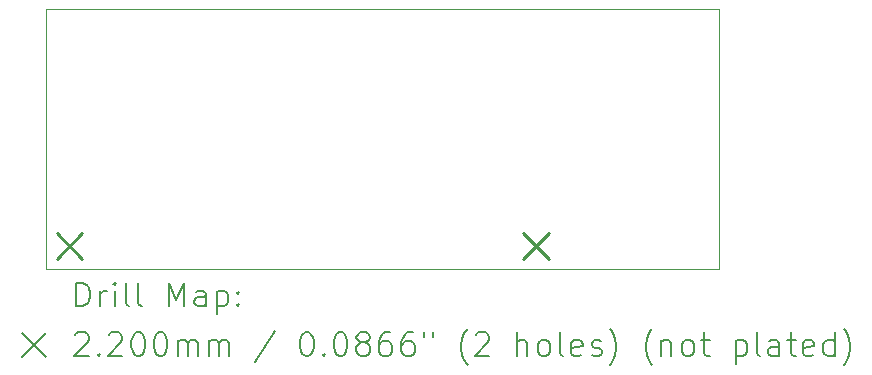
<source format=gbr>
%TF.GenerationSoftware,KiCad,Pcbnew,8.0.4*%
%TF.CreationDate,2025-02-26T16:08:05-05:00*%
%TF.ProjectId,plusle,706c7573-6c65-42e6-9b69-6361645f7063,rev?*%
%TF.SameCoordinates,Original*%
%TF.FileFunction,Drillmap*%
%TF.FilePolarity,Positive*%
%FSLAX45Y45*%
G04 Gerber Fmt 4.5, Leading zero omitted, Abs format (unit mm)*
G04 Created by KiCad (PCBNEW 8.0.4) date 2025-02-26 16:08:05*
%MOMM*%
%LPD*%
G01*
G04 APERTURE LIST*
%ADD10C,0.050000*%
%ADD11C,0.200000*%
%ADD12C,0.220000*%
G04 APERTURE END LIST*
D10*
X2580000Y-4860000D02*
X2580000Y-2660000D01*
X8280000Y-4860000D02*
X2580000Y-4860000D01*
X8280000Y-2660000D02*
X8280000Y-4860000D01*
X8230000Y-2660000D02*
X8280000Y-2660000D01*
X2580000Y-2660000D02*
X8230000Y-2660000D01*
D11*
D12*
X2670000Y-4550000D02*
X2890000Y-4770000D01*
X2890000Y-4550000D02*
X2670000Y-4770000D01*
X6620000Y-4550000D02*
X6840000Y-4770000D01*
X6840000Y-4550000D02*
X6620000Y-4770000D01*
D11*
X2838277Y-5173984D02*
X2838277Y-4973984D01*
X2838277Y-4973984D02*
X2885896Y-4973984D01*
X2885896Y-4973984D02*
X2914467Y-4983508D01*
X2914467Y-4983508D02*
X2933515Y-5002555D01*
X2933515Y-5002555D02*
X2943039Y-5021603D01*
X2943039Y-5021603D02*
X2952562Y-5059698D01*
X2952562Y-5059698D02*
X2952562Y-5088270D01*
X2952562Y-5088270D02*
X2943039Y-5126365D01*
X2943039Y-5126365D02*
X2933515Y-5145412D01*
X2933515Y-5145412D02*
X2914467Y-5164460D01*
X2914467Y-5164460D02*
X2885896Y-5173984D01*
X2885896Y-5173984D02*
X2838277Y-5173984D01*
X3038277Y-5173984D02*
X3038277Y-5040650D01*
X3038277Y-5078746D02*
X3047801Y-5059698D01*
X3047801Y-5059698D02*
X3057324Y-5050174D01*
X3057324Y-5050174D02*
X3076372Y-5040650D01*
X3076372Y-5040650D02*
X3095420Y-5040650D01*
X3162086Y-5173984D02*
X3162086Y-5040650D01*
X3162086Y-4973984D02*
X3152562Y-4983508D01*
X3152562Y-4983508D02*
X3162086Y-4993031D01*
X3162086Y-4993031D02*
X3171610Y-4983508D01*
X3171610Y-4983508D02*
X3162086Y-4973984D01*
X3162086Y-4973984D02*
X3162086Y-4993031D01*
X3285896Y-5173984D02*
X3266848Y-5164460D01*
X3266848Y-5164460D02*
X3257324Y-5145412D01*
X3257324Y-5145412D02*
X3257324Y-4973984D01*
X3390658Y-5173984D02*
X3371610Y-5164460D01*
X3371610Y-5164460D02*
X3362086Y-5145412D01*
X3362086Y-5145412D02*
X3362086Y-4973984D01*
X3619229Y-5173984D02*
X3619229Y-4973984D01*
X3619229Y-4973984D02*
X3685896Y-5116841D01*
X3685896Y-5116841D02*
X3752562Y-4973984D01*
X3752562Y-4973984D02*
X3752562Y-5173984D01*
X3933515Y-5173984D02*
X3933515Y-5069222D01*
X3933515Y-5069222D02*
X3923991Y-5050174D01*
X3923991Y-5050174D02*
X3904943Y-5040650D01*
X3904943Y-5040650D02*
X3866848Y-5040650D01*
X3866848Y-5040650D02*
X3847801Y-5050174D01*
X3933515Y-5164460D02*
X3914467Y-5173984D01*
X3914467Y-5173984D02*
X3866848Y-5173984D01*
X3866848Y-5173984D02*
X3847801Y-5164460D01*
X3847801Y-5164460D02*
X3838277Y-5145412D01*
X3838277Y-5145412D02*
X3838277Y-5126365D01*
X3838277Y-5126365D02*
X3847801Y-5107317D01*
X3847801Y-5107317D02*
X3866848Y-5097793D01*
X3866848Y-5097793D02*
X3914467Y-5097793D01*
X3914467Y-5097793D02*
X3933515Y-5088270D01*
X4028753Y-5040650D02*
X4028753Y-5240650D01*
X4028753Y-5050174D02*
X4047801Y-5040650D01*
X4047801Y-5040650D02*
X4085896Y-5040650D01*
X4085896Y-5040650D02*
X4104943Y-5050174D01*
X4104943Y-5050174D02*
X4114467Y-5059698D01*
X4114467Y-5059698D02*
X4123991Y-5078746D01*
X4123991Y-5078746D02*
X4123991Y-5135889D01*
X4123991Y-5135889D02*
X4114467Y-5154936D01*
X4114467Y-5154936D02*
X4104943Y-5164460D01*
X4104943Y-5164460D02*
X4085896Y-5173984D01*
X4085896Y-5173984D02*
X4047801Y-5173984D01*
X4047801Y-5173984D02*
X4028753Y-5164460D01*
X4209705Y-5154936D02*
X4219229Y-5164460D01*
X4219229Y-5164460D02*
X4209705Y-5173984D01*
X4209705Y-5173984D02*
X4200182Y-5164460D01*
X4200182Y-5164460D02*
X4209705Y-5154936D01*
X4209705Y-5154936D02*
X4209705Y-5173984D01*
X4209705Y-5050174D02*
X4219229Y-5059698D01*
X4219229Y-5059698D02*
X4209705Y-5069222D01*
X4209705Y-5069222D02*
X4200182Y-5059698D01*
X4200182Y-5059698D02*
X4209705Y-5050174D01*
X4209705Y-5050174D02*
X4209705Y-5069222D01*
X2377500Y-5402500D02*
X2577500Y-5602500D01*
X2577500Y-5402500D02*
X2377500Y-5602500D01*
X2828753Y-5413031D02*
X2838277Y-5403508D01*
X2838277Y-5403508D02*
X2857324Y-5393984D01*
X2857324Y-5393984D02*
X2904943Y-5393984D01*
X2904943Y-5393984D02*
X2923991Y-5403508D01*
X2923991Y-5403508D02*
X2933515Y-5413031D01*
X2933515Y-5413031D02*
X2943039Y-5432079D01*
X2943039Y-5432079D02*
X2943039Y-5451127D01*
X2943039Y-5451127D02*
X2933515Y-5479698D01*
X2933515Y-5479698D02*
X2819229Y-5593984D01*
X2819229Y-5593984D02*
X2943039Y-5593984D01*
X3028753Y-5574936D02*
X3038277Y-5584460D01*
X3038277Y-5584460D02*
X3028753Y-5593984D01*
X3028753Y-5593984D02*
X3019229Y-5584460D01*
X3019229Y-5584460D02*
X3028753Y-5574936D01*
X3028753Y-5574936D02*
X3028753Y-5593984D01*
X3114467Y-5413031D02*
X3123991Y-5403508D01*
X3123991Y-5403508D02*
X3143039Y-5393984D01*
X3143039Y-5393984D02*
X3190658Y-5393984D01*
X3190658Y-5393984D02*
X3209705Y-5403508D01*
X3209705Y-5403508D02*
X3219229Y-5413031D01*
X3219229Y-5413031D02*
X3228753Y-5432079D01*
X3228753Y-5432079D02*
X3228753Y-5451127D01*
X3228753Y-5451127D02*
X3219229Y-5479698D01*
X3219229Y-5479698D02*
X3104943Y-5593984D01*
X3104943Y-5593984D02*
X3228753Y-5593984D01*
X3352562Y-5393984D02*
X3371610Y-5393984D01*
X3371610Y-5393984D02*
X3390658Y-5403508D01*
X3390658Y-5403508D02*
X3400182Y-5413031D01*
X3400182Y-5413031D02*
X3409705Y-5432079D01*
X3409705Y-5432079D02*
X3419229Y-5470174D01*
X3419229Y-5470174D02*
X3419229Y-5517793D01*
X3419229Y-5517793D02*
X3409705Y-5555889D01*
X3409705Y-5555889D02*
X3400182Y-5574936D01*
X3400182Y-5574936D02*
X3390658Y-5584460D01*
X3390658Y-5584460D02*
X3371610Y-5593984D01*
X3371610Y-5593984D02*
X3352562Y-5593984D01*
X3352562Y-5593984D02*
X3333515Y-5584460D01*
X3333515Y-5584460D02*
X3323991Y-5574936D01*
X3323991Y-5574936D02*
X3314467Y-5555889D01*
X3314467Y-5555889D02*
X3304943Y-5517793D01*
X3304943Y-5517793D02*
X3304943Y-5470174D01*
X3304943Y-5470174D02*
X3314467Y-5432079D01*
X3314467Y-5432079D02*
X3323991Y-5413031D01*
X3323991Y-5413031D02*
X3333515Y-5403508D01*
X3333515Y-5403508D02*
X3352562Y-5393984D01*
X3543039Y-5393984D02*
X3562086Y-5393984D01*
X3562086Y-5393984D02*
X3581134Y-5403508D01*
X3581134Y-5403508D02*
X3590658Y-5413031D01*
X3590658Y-5413031D02*
X3600182Y-5432079D01*
X3600182Y-5432079D02*
X3609705Y-5470174D01*
X3609705Y-5470174D02*
X3609705Y-5517793D01*
X3609705Y-5517793D02*
X3600182Y-5555889D01*
X3600182Y-5555889D02*
X3590658Y-5574936D01*
X3590658Y-5574936D02*
X3581134Y-5584460D01*
X3581134Y-5584460D02*
X3562086Y-5593984D01*
X3562086Y-5593984D02*
X3543039Y-5593984D01*
X3543039Y-5593984D02*
X3523991Y-5584460D01*
X3523991Y-5584460D02*
X3514467Y-5574936D01*
X3514467Y-5574936D02*
X3504943Y-5555889D01*
X3504943Y-5555889D02*
X3495420Y-5517793D01*
X3495420Y-5517793D02*
X3495420Y-5470174D01*
X3495420Y-5470174D02*
X3504943Y-5432079D01*
X3504943Y-5432079D02*
X3514467Y-5413031D01*
X3514467Y-5413031D02*
X3523991Y-5403508D01*
X3523991Y-5403508D02*
X3543039Y-5393984D01*
X3695420Y-5593984D02*
X3695420Y-5460650D01*
X3695420Y-5479698D02*
X3704943Y-5470174D01*
X3704943Y-5470174D02*
X3723991Y-5460650D01*
X3723991Y-5460650D02*
X3752563Y-5460650D01*
X3752563Y-5460650D02*
X3771610Y-5470174D01*
X3771610Y-5470174D02*
X3781134Y-5489222D01*
X3781134Y-5489222D02*
X3781134Y-5593984D01*
X3781134Y-5489222D02*
X3790658Y-5470174D01*
X3790658Y-5470174D02*
X3809705Y-5460650D01*
X3809705Y-5460650D02*
X3838277Y-5460650D01*
X3838277Y-5460650D02*
X3857324Y-5470174D01*
X3857324Y-5470174D02*
X3866848Y-5489222D01*
X3866848Y-5489222D02*
X3866848Y-5593984D01*
X3962086Y-5593984D02*
X3962086Y-5460650D01*
X3962086Y-5479698D02*
X3971610Y-5470174D01*
X3971610Y-5470174D02*
X3990658Y-5460650D01*
X3990658Y-5460650D02*
X4019229Y-5460650D01*
X4019229Y-5460650D02*
X4038277Y-5470174D01*
X4038277Y-5470174D02*
X4047801Y-5489222D01*
X4047801Y-5489222D02*
X4047801Y-5593984D01*
X4047801Y-5489222D02*
X4057324Y-5470174D01*
X4057324Y-5470174D02*
X4076372Y-5460650D01*
X4076372Y-5460650D02*
X4104943Y-5460650D01*
X4104943Y-5460650D02*
X4123991Y-5470174D01*
X4123991Y-5470174D02*
X4133515Y-5489222D01*
X4133515Y-5489222D02*
X4133515Y-5593984D01*
X4523991Y-5384460D02*
X4352563Y-5641603D01*
X4781134Y-5393984D02*
X4800182Y-5393984D01*
X4800182Y-5393984D02*
X4819229Y-5403508D01*
X4819229Y-5403508D02*
X4828753Y-5413031D01*
X4828753Y-5413031D02*
X4838277Y-5432079D01*
X4838277Y-5432079D02*
X4847801Y-5470174D01*
X4847801Y-5470174D02*
X4847801Y-5517793D01*
X4847801Y-5517793D02*
X4838277Y-5555889D01*
X4838277Y-5555889D02*
X4828753Y-5574936D01*
X4828753Y-5574936D02*
X4819229Y-5584460D01*
X4819229Y-5584460D02*
X4800182Y-5593984D01*
X4800182Y-5593984D02*
X4781134Y-5593984D01*
X4781134Y-5593984D02*
X4762087Y-5584460D01*
X4762087Y-5584460D02*
X4752563Y-5574936D01*
X4752563Y-5574936D02*
X4743039Y-5555889D01*
X4743039Y-5555889D02*
X4733515Y-5517793D01*
X4733515Y-5517793D02*
X4733515Y-5470174D01*
X4733515Y-5470174D02*
X4743039Y-5432079D01*
X4743039Y-5432079D02*
X4752563Y-5413031D01*
X4752563Y-5413031D02*
X4762087Y-5403508D01*
X4762087Y-5403508D02*
X4781134Y-5393984D01*
X4933515Y-5574936D02*
X4943039Y-5584460D01*
X4943039Y-5584460D02*
X4933515Y-5593984D01*
X4933515Y-5593984D02*
X4923991Y-5584460D01*
X4923991Y-5584460D02*
X4933515Y-5574936D01*
X4933515Y-5574936D02*
X4933515Y-5593984D01*
X5066848Y-5393984D02*
X5085896Y-5393984D01*
X5085896Y-5393984D02*
X5104944Y-5403508D01*
X5104944Y-5403508D02*
X5114468Y-5413031D01*
X5114468Y-5413031D02*
X5123991Y-5432079D01*
X5123991Y-5432079D02*
X5133515Y-5470174D01*
X5133515Y-5470174D02*
X5133515Y-5517793D01*
X5133515Y-5517793D02*
X5123991Y-5555889D01*
X5123991Y-5555889D02*
X5114468Y-5574936D01*
X5114468Y-5574936D02*
X5104944Y-5584460D01*
X5104944Y-5584460D02*
X5085896Y-5593984D01*
X5085896Y-5593984D02*
X5066848Y-5593984D01*
X5066848Y-5593984D02*
X5047801Y-5584460D01*
X5047801Y-5584460D02*
X5038277Y-5574936D01*
X5038277Y-5574936D02*
X5028753Y-5555889D01*
X5028753Y-5555889D02*
X5019229Y-5517793D01*
X5019229Y-5517793D02*
X5019229Y-5470174D01*
X5019229Y-5470174D02*
X5028753Y-5432079D01*
X5028753Y-5432079D02*
X5038277Y-5413031D01*
X5038277Y-5413031D02*
X5047801Y-5403508D01*
X5047801Y-5403508D02*
X5066848Y-5393984D01*
X5247801Y-5479698D02*
X5228753Y-5470174D01*
X5228753Y-5470174D02*
X5219229Y-5460650D01*
X5219229Y-5460650D02*
X5209706Y-5441603D01*
X5209706Y-5441603D02*
X5209706Y-5432079D01*
X5209706Y-5432079D02*
X5219229Y-5413031D01*
X5219229Y-5413031D02*
X5228753Y-5403508D01*
X5228753Y-5403508D02*
X5247801Y-5393984D01*
X5247801Y-5393984D02*
X5285896Y-5393984D01*
X5285896Y-5393984D02*
X5304944Y-5403508D01*
X5304944Y-5403508D02*
X5314468Y-5413031D01*
X5314468Y-5413031D02*
X5323991Y-5432079D01*
X5323991Y-5432079D02*
X5323991Y-5441603D01*
X5323991Y-5441603D02*
X5314468Y-5460650D01*
X5314468Y-5460650D02*
X5304944Y-5470174D01*
X5304944Y-5470174D02*
X5285896Y-5479698D01*
X5285896Y-5479698D02*
X5247801Y-5479698D01*
X5247801Y-5479698D02*
X5228753Y-5489222D01*
X5228753Y-5489222D02*
X5219229Y-5498746D01*
X5219229Y-5498746D02*
X5209706Y-5517793D01*
X5209706Y-5517793D02*
X5209706Y-5555889D01*
X5209706Y-5555889D02*
X5219229Y-5574936D01*
X5219229Y-5574936D02*
X5228753Y-5584460D01*
X5228753Y-5584460D02*
X5247801Y-5593984D01*
X5247801Y-5593984D02*
X5285896Y-5593984D01*
X5285896Y-5593984D02*
X5304944Y-5584460D01*
X5304944Y-5584460D02*
X5314468Y-5574936D01*
X5314468Y-5574936D02*
X5323991Y-5555889D01*
X5323991Y-5555889D02*
X5323991Y-5517793D01*
X5323991Y-5517793D02*
X5314468Y-5498746D01*
X5314468Y-5498746D02*
X5304944Y-5489222D01*
X5304944Y-5489222D02*
X5285896Y-5479698D01*
X5495420Y-5393984D02*
X5457325Y-5393984D01*
X5457325Y-5393984D02*
X5438277Y-5403508D01*
X5438277Y-5403508D02*
X5428753Y-5413031D01*
X5428753Y-5413031D02*
X5409706Y-5441603D01*
X5409706Y-5441603D02*
X5400182Y-5479698D01*
X5400182Y-5479698D02*
X5400182Y-5555889D01*
X5400182Y-5555889D02*
X5409706Y-5574936D01*
X5409706Y-5574936D02*
X5419229Y-5584460D01*
X5419229Y-5584460D02*
X5438277Y-5593984D01*
X5438277Y-5593984D02*
X5476372Y-5593984D01*
X5476372Y-5593984D02*
X5495420Y-5584460D01*
X5495420Y-5584460D02*
X5504944Y-5574936D01*
X5504944Y-5574936D02*
X5514468Y-5555889D01*
X5514468Y-5555889D02*
X5514468Y-5508270D01*
X5514468Y-5508270D02*
X5504944Y-5489222D01*
X5504944Y-5489222D02*
X5495420Y-5479698D01*
X5495420Y-5479698D02*
X5476372Y-5470174D01*
X5476372Y-5470174D02*
X5438277Y-5470174D01*
X5438277Y-5470174D02*
X5419229Y-5479698D01*
X5419229Y-5479698D02*
X5409706Y-5489222D01*
X5409706Y-5489222D02*
X5400182Y-5508270D01*
X5685896Y-5393984D02*
X5647801Y-5393984D01*
X5647801Y-5393984D02*
X5628753Y-5403508D01*
X5628753Y-5403508D02*
X5619229Y-5413031D01*
X5619229Y-5413031D02*
X5600182Y-5441603D01*
X5600182Y-5441603D02*
X5590658Y-5479698D01*
X5590658Y-5479698D02*
X5590658Y-5555889D01*
X5590658Y-5555889D02*
X5600182Y-5574936D01*
X5600182Y-5574936D02*
X5609706Y-5584460D01*
X5609706Y-5584460D02*
X5628753Y-5593984D01*
X5628753Y-5593984D02*
X5666848Y-5593984D01*
X5666848Y-5593984D02*
X5685896Y-5584460D01*
X5685896Y-5584460D02*
X5695420Y-5574936D01*
X5695420Y-5574936D02*
X5704944Y-5555889D01*
X5704944Y-5555889D02*
X5704944Y-5508270D01*
X5704944Y-5508270D02*
X5695420Y-5489222D01*
X5695420Y-5489222D02*
X5685896Y-5479698D01*
X5685896Y-5479698D02*
X5666848Y-5470174D01*
X5666848Y-5470174D02*
X5628753Y-5470174D01*
X5628753Y-5470174D02*
X5609706Y-5479698D01*
X5609706Y-5479698D02*
X5600182Y-5489222D01*
X5600182Y-5489222D02*
X5590658Y-5508270D01*
X5781134Y-5393984D02*
X5781134Y-5432079D01*
X5857325Y-5393984D02*
X5857325Y-5432079D01*
X6152563Y-5670174D02*
X6143039Y-5660650D01*
X6143039Y-5660650D02*
X6123991Y-5632079D01*
X6123991Y-5632079D02*
X6114468Y-5613031D01*
X6114468Y-5613031D02*
X6104944Y-5584460D01*
X6104944Y-5584460D02*
X6095420Y-5536841D01*
X6095420Y-5536841D02*
X6095420Y-5498746D01*
X6095420Y-5498746D02*
X6104944Y-5451127D01*
X6104944Y-5451127D02*
X6114468Y-5422555D01*
X6114468Y-5422555D02*
X6123991Y-5403508D01*
X6123991Y-5403508D02*
X6143039Y-5374936D01*
X6143039Y-5374936D02*
X6152563Y-5365412D01*
X6219229Y-5413031D02*
X6228753Y-5403508D01*
X6228753Y-5403508D02*
X6247801Y-5393984D01*
X6247801Y-5393984D02*
X6295420Y-5393984D01*
X6295420Y-5393984D02*
X6314468Y-5403508D01*
X6314468Y-5403508D02*
X6323991Y-5413031D01*
X6323991Y-5413031D02*
X6333515Y-5432079D01*
X6333515Y-5432079D02*
X6333515Y-5451127D01*
X6333515Y-5451127D02*
X6323991Y-5479698D01*
X6323991Y-5479698D02*
X6209706Y-5593984D01*
X6209706Y-5593984D02*
X6333515Y-5593984D01*
X6571610Y-5593984D02*
X6571610Y-5393984D01*
X6657325Y-5593984D02*
X6657325Y-5489222D01*
X6657325Y-5489222D02*
X6647801Y-5470174D01*
X6647801Y-5470174D02*
X6628753Y-5460650D01*
X6628753Y-5460650D02*
X6600182Y-5460650D01*
X6600182Y-5460650D02*
X6581134Y-5470174D01*
X6581134Y-5470174D02*
X6571610Y-5479698D01*
X6781134Y-5593984D02*
X6762087Y-5584460D01*
X6762087Y-5584460D02*
X6752563Y-5574936D01*
X6752563Y-5574936D02*
X6743039Y-5555889D01*
X6743039Y-5555889D02*
X6743039Y-5498746D01*
X6743039Y-5498746D02*
X6752563Y-5479698D01*
X6752563Y-5479698D02*
X6762087Y-5470174D01*
X6762087Y-5470174D02*
X6781134Y-5460650D01*
X6781134Y-5460650D02*
X6809706Y-5460650D01*
X6809706Y-5460650D02*
X6828753Y-5470174D01*
X6828753Y-5470174D02*
X6838277Y-5479698D01*
X6838277Y-5479698D02*
X6847801Y-5498746D01*
X6847801Y-5498746D02*
X6847801Y-5555889D01*
X6847801Y-5555889D02*
X6838277Y-5574936D01*
X6838277Y-5574936D02*
X6828753Y-5584460D01*
X6828753Y-5584460D02*
X6809706Y-5593984D01*
X6809706Y-5593984D02*
X6781134Y-5593984D01*
X6962087Y-5593984D02*
X6943039Y-5584460D01*
X6943039Y-5584460D02*
X6933515Y-5565412D01*
X6933515Y-5565412D02*
X6933515Y-5393984D01*
X7114468Y-5584460D02*
X7095420Y-5593984D01*
X7095420Y-5593984D02*
X7057325Y-5593984D01*
X7057325Y-5593984D02*
X7038277Y-5584460D01*
X7038277Y-5584460D02*
X7028753Y-5565412D01*
X7028753Y-5565412D02*
X7028753Y-5489222D01*
X7028753Y-5489222D02*
X7038277Y-5470174D01*
X7038277Y-5470174D02*
X7057325Y-5460650D01*
X7057325Y-5460650D02*
X7095420Y-5460650D01*
X7095420Y-5460650D02*
X7114468Y-5470174D01*
X7114468Y-5470174D02*
X7123991Y-5489222D01*
X7123991Y-5489222D02*
X7123991Y-5508270D01*
X7123991Y-5508270D02*
X7028753Y-5527317D01*
X7200182Y-5584460D02*
X7219230Y-5593984D01*
X7219230Y-5593984D02*
X7257325Y-5593984D01*
X7257325Y-5593984D02*
X7276372Y-5584460D01*
X7276372Y-5584460D02*
X7285896Y-5565412D01*
X7285896Y-5565412D02*
X7285896Y-5555889D01*
X7285896Y-5555889D02*
X7276372Y-5536841D01*
X7276372Y-5536841D02*
X7257325Y-5527317D01*
X7257325Y-5527317D02*
X7228753Y-5527317D01*
X7228753Y-5527317D02*
X7209706Y-5517793D01*
X7209706Y-5517793D02*
X7200182Y-5498746D01*
X7200182Y-5498746D02*
X7200182Y-5489222D01*
X7200182Y-5489222D02*
X7209706Y-5470174D01*
X7209706Y-5470174D02*
X7228753Y-5460650D01*
X7228753Y-5460650D02*
X7257325Y-5460650D01*
X7257325Y-5460650D02*
X7276372Y-5470174D01*
X7352563Y-5670174D02*
X7362087Y-5660650D01*
X7362087Y-5660650D02*
X7381134Y-5632079D01*
X7381134Y-5632079D02*
X7390658Y-5613031D01*
X7390658Y-5613031D02*
X7400182Y-5584460D01*
X7400182Y-5584460D02*
X7409706Y-5536841D01*
X7409706Y-5536841D02*
X7409706Y-5498746D01*
X7409706Y-5498746D02*
X7400182Y-5451127D01*
X7400182Y-5451127D02*
X7390658Y-5422555D01*
X7390658Y-5422555D02*
X7381134Y-5403508D01*
X7381134Y-5403508D02*
X7362087Y-5374936D01*
X7362087Y-5374936D02*
X7352563Y-5365412D01*
X7714468Y-5670174D02*
X7704944Y-5660650D01*
X7704944Y-5660650D02*
X7685896Y-5632079D01*
X7685896Y-5632079D02*
X7676372Y-5613031D01*
X7676372Y-5613031D02*
X7666849Y-5584460D01*
X7666849Y-5584460D02*
X7657325Y-5536841D01*
X7657325Y-5536841D02*
X7657325Y-5498746D01*
X7657325Y-5498746D02*
X7666849Y-5451127D01*
X7666849Y-5451127D02*
X7676372Y-5422555D01*
X7676372Y-5422555D02*
X7685896Y-5403508D01*
X7685896Y-5403508D02*
X7704944Y-5374936D01*
X7704944Y-5374936D02*
X7714468Y-5365412D01*
X7790658Y-5460650D02*
X7790658Y-5593984D01*
X7790658Y-5479698D02*
X7800182Y-5470174D01*
X7800182Y-5470174D02*
X7819230Y-5460650D01*
X7819230Y-5460650D02*
X7847801Y-5460650D01*
X7847801Y-5460650D02*
X7866849Y-5470174D01*
X7866849Y-5470174D02*
X7876372Y-5489222D01*
X7876372Y-5489222D02*
X7876372Y-5593984D01*
X8000182Y-5593984D02*
X7981134Y-5584460D01*
X7981134Y-5584460D02*
X7971611Y-5574936D01*
X7971611Y-5574936D02*
X7962087Y-5555889D01*
X7962087Y-5555889D02*
X7962087Y-5498746D01*
X7962087Y-5498746D02*
X7971611Y-5479698D01*
X7971611Y-5479698D02*
X7981134Y-5470174D01*
X7981134Y-5470174D02*
X8000182Y-5460650D01*
X8000182Y-5460650D02*
X8028753Y-5460650D01*
X8028753Y-5460650D02*
X8047801Y-5470174D01*
X8047801Y-5470174D02*
X8057325Y-5479698D01*
X8057325Y-5479698D02*
X8066849Y-5498746D01*
X8066849Y-5498746D02*
X8066849Y-5555889D01*
X8066849Y-5555889D02*
X8057325Y-5574936D01*
X8057325Y-5574936D02*
X8047801Y-5584460D01*
X8047801Y-5584460D02*
X8028753Y-5593984D01*
X8028753Y-5593984D02*
X8000182Y-5593984D01*
X8123992Y-5460650D02*
X8200182Y-5460650D01*
X8152563Y-5393984D02*
X8152563Y-5565412D01*
X8152563Y-5565412D02*
X8162087Y-5584460D01*
X8162087Y-5584460D02*
X8181134Y-5593984D01*
X8181134Y-5593984D02*
X8200182Y-5593984D01*
X8419230Y-5460650D02*
X8419230Y-5660650D01*
X8419230Y-5470174D02*
X8438277Y-5460650D01*
X8438277Y-5460650D02*
X8476373Y-5460650D01*
X8476373Y-5460650D02*
X8495420Y-5470174D01*
X8495420Y-5470174D02*
X8504944Y-5479698D01*
X8504944Y-5479698D02*
X8514468Y-5498746D01*
X8514468Y-5498746D02*
X8514468Y-5555889D01*
X8514468Y-5555889D02*
X8504944Y-5574936D01*
X8504944Y-5574936D02*
X8495420Y-5584460D01*
X8495420Y-5584460D02*
X8476373Y-5593984D01*
X8476373Y-5593984D02*
X8438277Y-5593984D01*
X8438277Y-5593984D02*
X8419230Y-5584460D01*
X8628754Y-5593984D02*
X8609706Y-5584460D01*
X8609706Y-5584460D02*
X8600182Y-5565412D01*
X8600182Y-5565412D02*
X8600182Y-5393984D01*
X8790658Y-5593984D02*
X8790658Y-5489222D01*
X8790658Y-5489222D02*
X8781135Y-5470174D01*
X8781135Y-5470174D02*
X8762087Y-5460650D01*
X8762087Y-5460650D02*
X8723992Y-5460650D01*
X8723992Y-5460650D02*
X8704944Y-5470174D01*
X8790658Y-5584460D02*
X8771611Y-5593984D01*
X8771611Y-5593984D02*
X8723992Y-5593984D01*
X8723992Y-5593984D02*
X8704944Y-5584460D01*
X8704944Y-5584460D02*
X8695420Y-5565412D01*
X8695420Y-5565412D02*
X8695420Y-5546365D01*
X8695420Y-5546365D02*
X8704944Y-5527317D01*
X8704944Y-5527317D02*
X8723992Y-5517793D01*
X8723992Y-5517793D02*
X8771611Y-5517793D01*
X8771611Y-5517793D02*
X8790658Y-5508270D01*
X8857325Y-5460650D02*
X8933515Y-5460650D01*
X8885896Y-5393984D02*
X8885896Y-5565412D01*
X8885896Y-5565412D02*
X8895420Y-5584460D01*
X8895420Y-5584460D02*
X8914468Y-5593984D01*
X8914468Y-5593984D02*
X8933515Y-5593984D01*
X9076373Y-5584460D02*
X9057325Y-5593984D01*
X9057325Y-5593984D02*
X9019230Y-5593984D01*
X9019230Y-5593984D02*
X9000182Y-5584460D01*
X9000182Y-5584460D02*
X8990658Y-5565412D01*
X8990658Y-5565412D02*
X8990658Y-5489222D01*
X8990658Y-5489222D02*
X9000182Y-5470174D01*
X9000182Y-5470174D02*
X9019230Y-5460650D01*
X9019230Y-5460650D02*
X9057325Y-5460650D01*
X9057325Y-5460650D02*
X9076373Y-5470174D01*
X9076373Y-5470174D02*
X9085896Y-5489222D01*
X9085896Y-5489222D02*
X9085896Y-5508270D01*
X9085896Y-5508270D02*
X8990658Y-5527317D01*
X9257325Y-5593984D02*
X9257325Y-5393984D01*
X9257325Y-5584460D02*
X9238277Y-5593984D01*
X9238277Y-5593984D02*
X9200182Y-5593984D01*
X9200182Y-5593984D02*
X9181135Y-5584460D01*
X9181135Y-5584460D02*
X9171611Y-5574936D01*
X9171611Y-5574936D02*
X9162087Y-5555889D01*
X9162087Y-5555889D02*
X9162087Y-5498746D01*
X9162087Y-5498746D02*
X9171611Y-5479698D01*
X9171611Y-5479698D02*
X9181135Y-5470174D01*
X9181135Y-5470174D02*
X9200182Y-5460650D01*
X9200182Y-5460650D02*
X9238277Y-5460650D01*
X9238277Y-5460650D02*
X9257325Y-5470174D01*
X9333516Y-5670174D02*
X9343039Y-5660650D01*
X9343039Y-5660650D02*
X9362087Y-5632079D01*
X9362087Y-5632079D02*
X9371611Y-5613031D01*
X9371611Y-5613031D02*
X9381135Y-5584460D01*
X9381135Y-5584460D02*
X9390658Y-5536841D01*
X9390658Y-5536841D02*
X9390658Y-5498746D01*
X9390658Y-5498746D02*
X9381135Y-5451127D01*
X9381135Y-5451127D02*
X9371611Y-5422555D01*
X9371611Y-5422555D02*
X9362087Y-5403508D01*
X9362087Y-5403508D02*
X9343039Y-5374936D01*
X9343039Y-5374936D02*
X9333516Y-5365412D01*
M02*

</source>
